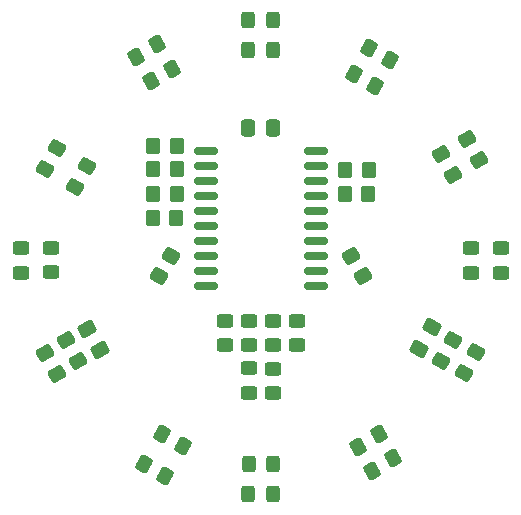
<source format=gtp>
G04 #@! TF.GenerationSoftware,KiCad,Pcbnew,6.0.9-8da3e8f707~116~ubuntu22.04.1*
G04 #@! TF.CreationDate,2022-11-08T11:27:41+01:00*
G04 #@! TF.ProjectId,PCB-Horloge,5043422d-486f-4726-9c6f-67652e6b6963,1.0*
G04 #@! TF.SameCoordinates,Original*
G04 #@! TF.FileFunction,Paste,Top*
G04 #@! TF.FilePolarity,Positive*
%FSLAX46Y46*%
G04 Gerber Fmt 4.6, Leading zero omitted, Abs format (unit mm)*
G04 Created by KiCad (PCBNEW 6.0.9-8da3e8f707~116~ubuntu22.04.1) date 2022-11-08 11:27:41*
%MOMM*%
%LPD*%
G01*
G04 APERTURE LIST*
G04 Aperture macros list*
%AMRoundRect*
0 Rectangle with rounded corners*
0 $1 Rounding radius*
0 $2 $3 $4 $5 $6 $7 $8 $9 X,Y pos of 4 corners*
0 Add a 4 corners polygon primitive as box body*
4,1,4,$2,$3,$4,$5,$6,$7,$8,$9,$2,$3,0*
0 Add four circle primitives for the rounded corners*
1,1,$1+$1,$2,$3*
1,1,$1+$1,$4,$5*
1,1,$1+$1,$6,$7*
1,1,$1+$1,$8,$9*
0 Add four rect primitives between the rounded corners*
20,1,$1+$1,$2,$3,$4,$5,0*
20,1,$1+$1,$4,$5,$6,$7,0*
20,1,$1+$1,$6,$7,$8,$9,0*
20,1,$1+$1,$8,$9,$2,$3,0*%
G04 Aperture macros list end*
%ADD10RoundRect,0.250000X0.506458X0.227211X-0.056458X0.552211X-0.506458X-0.227211X0.056458X-0.552211X0*%
%ADD11RoundRect,0.250000X-0.450000X0.325000X-0.450000X-0.325000X0.450000X-0.325000X0.450000X0.325000X0*%
%ADD12RoundRect,0.250000X0.227211X-0.506458X0.552211X0.056458X-0.227211X0.506458X-0.552211X-0.056458X0*%
%ADD13RoundRect,0.250000X0.242612X-0.529784X0.580112X0.054784X-0.242612X0.529784X-0.580112X-0.054784X0*%
%ADD14RoundRect,0.250000X0.350000X0.450000X-0.350000X0.450000X-0.350000X-0.450000X0.350000X-0.450000X0*%
%ADD15RoundRect,0.250000X0.552211X-0.056458X0.227211X0.506458X-0.552211X0.056458X-0.227211X-0.506458X0*%
%ADD16RoundRect,0.250000X-0.350000X-0.450000X0.350000X-0.450000X0.350000X0.450000X-0.350000X0.450000X0*%
%ADD17RoundRect,0.250000X-0.506458X-0.227211X0.056458X-0.552211X0.506458X0.227211X-0.056458X0.552211X0*%
%ADD18RoundRect,0.250000X-0.056458X-0.552211X0.506458X-0.227211X0.056458X0.552211X-0.506458X0.227211X0*%
%ADD19RoundRect,0.250000X0.450000X-0.325000X0.450000X0.325000X-0.450000X0.325000X-0.450000X-0.325000X0*%
%ADD20RoundRect,0.150000X-0.875000X-0.150000X0.875000X-0.150000X0.875000X0.150000X-0.875000X0.150000X0*%
%ADD21RoundRect,0.250000X0.564711X-0.078109X0.214711X0.528109X-0.564711X0.078109X-0.214711X-0.528109X0*%
%ADD22RoundRect,0.250000X-0.337500X-0.475000X0.337500X-0.475000X0.337500X0.475000X-0.337500X0.475000X0*%
%ADD23RoundRect,0.250000X-0.325000X-0.450000X0.325000X-0.450000X0.325000X0.450000X-0.325000X0.450000X0*%
%ADD24RoundRect,0.250000X-0.227211X0.506458X-0.552211X-0.056458X0.227211X-0.506458X0.552211X0.056458X0*%
%ADD25RoundRect,0.250000X-0.580112X0.054784X-0.242612X-0.529784X0.580112X-0.054784X0.242612X0.529784X0*%
%ADD26RoundRect,0.250000X-0.214711X0.528109X-0.564711X-0.078109X0.214711X-0.528109X0.564711X0.078109X0*%
G04 APERTURE END LIST*
D10*
X129032000Y-109728000D03*
X127256648Y-108703000D03*
X146812000Y-76708000D03*
X145036648Y-75683000D03*
D11*
X116840000Y-90415000D03*
X116840000Y-92465000D03*
X134112000Y-96529000D03*
X134112000Y-98579000D03*
D12*
X121407500Y-85215676D03*
X122432500Y-83440324D03*
X118867500Y-83691676D03*
X119892500Y-81916324D03*
D13*
X150600000Y-98900000D03*
X151637500Y-97102998D03*
D14*
X130048000Y-85852000D03*
X128048000Y-85852000D03*
D15*
X119888000Y-101092000D03*
X118863000Y-99316648D03*
D16*
X144304000Y-83820000D03*
X146304000Y-83820000D03*
D15*
X155677499Y-82929528D03*
X154652499Y-81154176D03*
D17*
X128798648Y-106163000D03*
X130574000Y-107188000D03*
D15*
X153420500Y-84199676D03*
X152395500Y-82424324D03*
D18*
X127879657Y-76228141D03*
X129655009Y-75203141D03*
D19*
X154940000Y-92465000D03*
X154940000Y-90415000D03*
D16*
X144288000Y-85852000D03*
X146288000Y-85852000D03*
D10*
X148142568Y-74437882D03*
X146367216Y-73412882D03*
D20*
X132510000Y-82169000D03*
X132510000Y-83439000D03*
X132510000Y-84709000D03*
X132510000Y-85979000D03*
X132510000Y-87249000D03*
X132510000Y-88519000D03*
X132510000Y-89789000D03*
X132510000Y-91059000D03*
X132510000Y-92329000D03*
X132510000Y-93599000D03*
X141810000Y-93599000D03*
X141810000Y-92329000D03*
X141810000Y-91059000D03*
X141810000Y-89789000D03*
X141810000Y-88519000D03*
X141810000Y-87249000D03*
X141810000Y-85979000D03*
X141810000Y-84709000D03*
X141810000Y-83439000D03*
X141810000Y-82169000D03*
D19*
X136144000Y-102634000D03*
X136144000Y-100584000D03*
D21*
X145800000Y-92766025D03*
X144800000Y-91033975D03*
D19*
X138176000Y-102643000D03*
X138176000Y-100593000D03*
D11*
X140208000Y-96538000D03*
X140208000Y-98588000D03*
D22*
X136101000Y-80264000D03*
X138176000Y-80264000D03*
D11*
X119380000Y-90406000D03*
X119380000Y-92456000D03*
D18*
X126620324Y-74172500D03*
X128395676Y-73147500D03*
D19*
X136144000Y-98579000D03*
X136144000Y-96529000D03*
D14*
X130055527Y-83718305D03*
X128055527Y-83718305D03*
D23*
X136126000Y-71120000D03*
X138176000Y-71120000D03*
D14*
X130048000Y-81788000D03*
X128048000Y-81788000D03*
D23*
X136126000Y-111252000D03*
X138176000Y-111252000D03*
D14*
X130032000Y-87884000D03*
X128032000Y-87884000D03*
D11*
X138176000Y-96529000D03*
X138176000Y-98579000D03*
D24*
X153420500Y-98172324D03*
X152395500Y-99947676D03*
D23*
X136135000Y-108712000D03*
X138185000Y-108712000D03*
D12*
X154369539Y-100963676D03*
X155394539Y-99188324D03*
D23*
X136126000Y-73660000D03*
X138176000Y-73660000D03*
D25*
X122481250Y-97201499D03*
X123518750Y-98998501D03*
D15*
X121712500Y-99987676D03*
X120687500Y-98212324D03*
D19*
X157480000Y-92465000D03*
X157480000Y-90415000D03*
D18*
X145416324Y-107192500D03*
X147191676Y-106167500D03*
X146560648Y-109229000D03*
X148336000Y-108204000D03*
D26*
X129548000Y-91033975D03*
X128548000Y-92766025D03*
M02*

</source>
